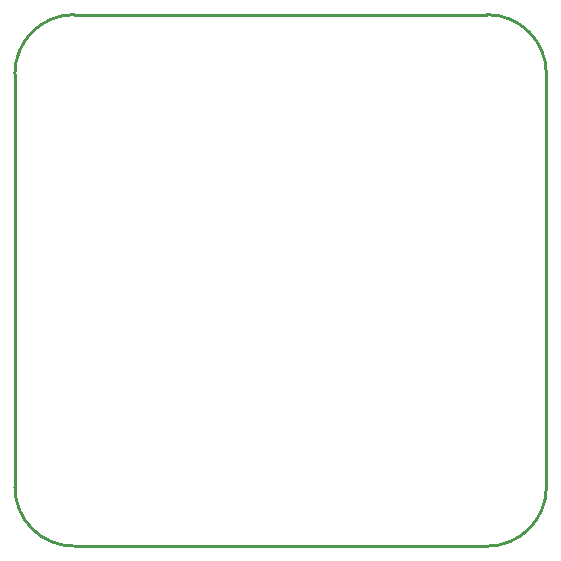
<source format=gko>
G04 Layer: BoardOutline*
G04 EasyEDA v6.2.46, 2019-10-16T13:26:15+01:00*
G04 ae079d8acce342fb8db977bfef0d72cc,7d8c45e2f626414c9c496ba5291ef857,10*
G04 Gerber Generator version 0.2*
G04 Scale: 100 percent, Rotated: No, Reflected: No *
G04 Dimensions in millimeters *
G04 leading zeros omitted , absolute positions ,3 integer and 3 decimal *
%FSLAX33Y33*%
%MOMM*%
G90*
G71D02*

%ADD10C,0.254000*%
G54D10*
G01X45000Y40000D02*
G01X45000Y5000D01*
G01X4999Y45000D02*
G01X39999Y45000D01*
G75*
G01X40000Y45000D02*
G02X45000Y40000I0J-5000D01*
G01*
G75*
G01X45000Y5000D02*
G02X40000Y0I-5000J0D01*
G01*
G01X39999Y6D02*
G01X4999Y6D01*
G75*
G01X5000Y0D02*
G02X0Y5000I0J5000D01*
G01*
G01X6Y5000D02*
G01X6Y40000D01*
G75*
G01X0Y40000D02*
G02X5000Y45000I5000J0D01*
G01*

%LPD*%
M00*
M02*

</source>
